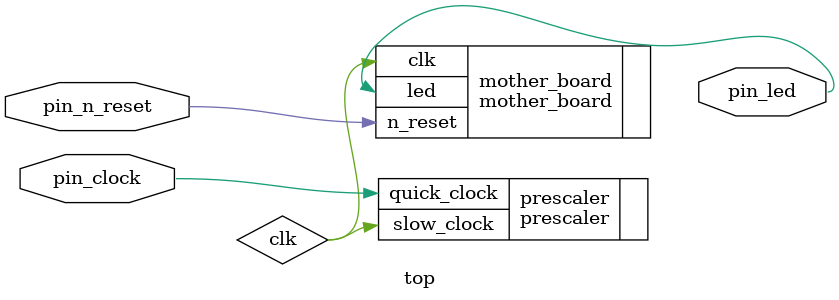
<source format=sv>
module top(
  input  logic pin_clock,
  input  logic pin_n_reset,
  output logic pin_led
);
  logic clk;
  prescaler #(.RATIO(100_000_000)) prescaler(
    .quick_clock(pin_clock),
    .slow_clock(clk)
  );

  mother_board mother_board(.clk, .n_reset(pin_n_reset), .led(pin_led));
endmodule
</source>
